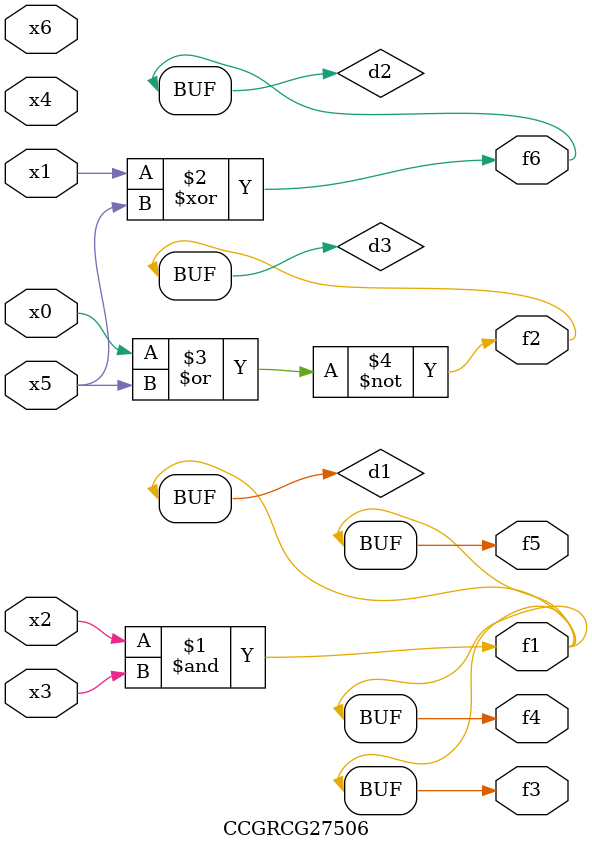
<source format=v>
module CCGRCG27506(
	input x0, x1, x2, x3, x4, x5, x6,
	output f1, f2, f3, f4, f5, f6
);

	wire d1, d2, d3;

	and (d1, x2, x3);
	xor (d2, x1, x5);
	nor (d3, x0, x5);
	assign f1 = d1;
	assign f2 = d3;
	assign f3 = d1;
	assign f4 = d1;
	assign f5 = d1;
	assign f6 = d2;
endmodule

</source>
